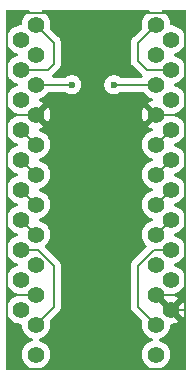
<source format=gbr>
%TF.GenerationSoftware,KiCad,Pcbnew,9.0.2-9.0.2-0~ubuntu24.04.1*%
%TF.CreationDate,2025-05-26T11:18:28+09:00*%
%TF.ProjectId,LevelShifter,4c657665-6c53-4686-9966-7465722e6b69,rev?*%
%TF.SameCoordinates,Original*%
%TF.FileFunction,Copper,L1,Top*%
%TF.FilePolarity,Positive*%
%FSLAX46Y46*%
G04 Gerber Fmt 4.6, Leading zero omitted, Abs format (unit mm)*
G04 Created by KiCad (PCBNEW 9.0.2-9.0.2-0~ubuntu24.04.1) date 2025-05-26 11:18:28*
%MOMM*%
%LPD*%
G01*
G04 APERTURE LIST*
%TA.AperFunction,ComponentPad*%
%ADD10C,1.400000*%
%TD*%
%TA.AperFunction,ViaPad*%
%ADD11C,0.600000*%
%TD*%
%TA.AperFunction,Conductor*%
%ADD12C,0.200000*%
%TD*%
G04 APERTURE END LIST*
D10*
%TO.P,J4,1,Pin_1*%
%TO.N,/HV5*%
X152400000Y-127000000D03*
%TO.P,J4,2,Pin_2*%
%TO.N,/HV6*%
X152400000Y-129540000D03*
%TO.P,J4,3,Pin_3*%
%TO.N,VCCB*%
X152400000Y-132080000D03*
%TO.P,J4,4,Pin_4*%
%TO.N,GND*%
X152400000Y-134620000D03*
%TO.P,J4,5,Pin_5*%
%TO.N,/HV7*%
X152400000Y-137160000D03*
%TO.P,J4,6,Pin_6*%
%TO.N,/HV8*%
X152400000Y-139700000D03*
%TD*%
%TO.P,J3,1,Pin_1*%
%TO.N,/LV5*%
X142240000Y-127000000D03*
%TO.P,J3,2,Pin_2*%
%TO.N,/LV6*%
X142240000Y-129540000D03*
%TO.P,J3,3,Pin_3*%
%TO.N,VCCA*%
X142240000Y-132080000D03*
%TO.P,J3,4,Pin_4*%
%TO.N,GND*%
X142240000Y-134620000D03*
%TO.P,J3,5,Pin_5*%
%TO.N,/LV7*%
X142240000Y-137160000D03*
%TO.P,J3,6,Pin_6*%
%TO.N,/LV8*%
X142240000Y-139700000D03*
%TD*%
%TO.P,J2,1,Pin_1*%
%TO.N,/HV1*%
X152400000Y-111760000D03*
%TO.P,J2,2,Pin_2*%
%TO.N,/HV2*%
X152400000Y-114300000D03*
%TO.P,J2,3,Pin_3*%
%TO.N,VCCB*%
X152400000Y-116840000D03*
%TO.P,J2,4,Pin_4*%
%TO.N,GND*%
X152400000Y-119380000D03*
%TO.P,J2,5,Pin_5*%
%TO.N,/HV3*%
X152400000Y-121920000D03*
%TO.P,J2,6,Pin_6*%
%TO.N,/HV4*%
X152400000Y-124460000D03*
%TD*%
%TO.P,J1,1,Pin_1*%
%TO.N,/LV1*%
X142240000Y-111760000D03*
%TO.P,J1,2,Pin_2*%
%TO.N,/LV2*%
X142240000Y-114300000D03*
%TO.P,J1,3,Pin_3*%
%TO.N,VCCA*%
X142240000Y-116840000D03*
%TO.P,J1,4,Pin_4*%
%TO.N,GND*%
X142240000Y-119380000D03*
%TO.P,J1,5,Pin_5*%
%TO.N,/LV3*%
X142240000Y-121920000D03*
%TO.P,J1,6,Pin_6*%
%TO.N,/LV4*%
X142240000Y-124460000D03*
%TD*%
%TO.P,U1,1,VCCA*%
%TO.N,VCCA*%
X140970000Y-113030000D03*
%TO.P,U1,2,A1*%
%TO.N,/LV1*%
X140970000Y-115570000D03*
%TO.P,U1,3,A2*%
%TO.N,/LV2*%
X140970000Y-118110000D03*
%TO.P,U1,4,A3*%
%TO.N,/LV3*%
X140970000Y-120650000D03*
%TO.P,U1,5,A4*%
%TO.N,/LV4*%
X140970000Y-123190000D03*
%TO.P,U1,6,A5*%
%TO.N,/LV5*%
X140970000Y-125730000D03*
%TO.P,U1,7,A6*%
%TO.N,/LV6*%
X140970000Y-128270000D03*
%TO.P,U1,8,A7*%
%TO.N,/LV7*%
X140970000Y-130810000D03*
%TO.P,U1,9,A8*%
%TO.N,/LV8*%
X140970000Y-133350000D03*
%TO.P,U1,10,OE*%
%TO.N,unconnected-(U1-OE-Pad10)*%
X140970000Y-135890000D03*
%TO.P,U1,11,GND*%
%TO.N,GND*%
X153670000Y-135890000D03*
%TO.P,U1,12,B8*%
%TO.N,/HV8*%
X153670000Y-133350000D03*
%TO.P,U1,13,B7*%
%TO.N,/HV7*%
X153670000Y-130810000D03*
%TO.P,U1,14,B6*%
%TO.N,/HV6*%
X153670000Y-128270000D03*
%TO.P,U1,15,B5*%
%TO.N,/HV5*%
X153670000Y-125730000D03*
%TO.P,U1,16,B4*%
%TO.N,/HV4*%
X153670000Y-123190000D03*
%TO.P,U1,17,B3*%
%TO.N,/HV3*%
X153670000Y-120650000D03*
%TO.P,U1,18,B2*%
%TO.N,/HV2*%
X153670000Y-118110000D03*
%TO.P,U1,19,B1*%
%TO.N,/HV1*%
X153670000Y-115570000D03*
%TO.P,U1,20,VCCB*%
%TO.N,VCCB*%
X153670000Y-113030000D03*
%TD*%
D11*
%TO.N,GND*%
X150114000Y-128270000D03*
X150114000Y-123190000D03*
X150114000Y-118872000D03*
X144018000Y-118872000D03*
X144018000Y-128270000D03*
X144018000Y-123190000D03*
X147066000Y-119634000D03*
X147066000Y-112522000D03*
X147320000Y-138176000D03*
X147066000Y-132842000D03*
X147066000Y-128016000D03*
%TO.N,VCCB*%
X148844000Y-116840000D03*
%TO.N,VCCA*%
X145288000Y-116840000D03*
%TD*%
D12*
%TO.N,GND*%
X154847000Y-119380000D02*
X154847000Y-119126000D01*
X154847000Y-134620000D02*
X154847000Y-119126000D01*
X152400000Y-134620000D02*
X154847000Y-134620000D01*
X154847000Y-139700000D02*
X154847000Y-136398000D01*
X154847000Y-134620000D02*
X154847000Y-136398000D01*
X139793000Y-134620000D02*
X139793000Y-140301000D01*
X154847000Y-136398000D02*
X154847000Y-135890000D01*
X139793000Y-140301000D02*
X140369000Y-140877000D01*
X140369000Y-140877000D02*
X153670000Y-140877000D01*
X153670000Y-140877000D02*
X154847000Y-139700000D01*
X154847000Y-135890000D02*
X153670000Y-135890000D01*
X153815628Y-119380000D02*
X154847000Y-119380000D01*
X154847000Y-119126000D02*
X154847000Y-111921000D01*
X154847000Y-111921000D02*
X153670000Y-110744000D01*
X153670000Y-110744000D02*
X140716000Y-110744000D01*
X140716000Y-110744000D02*
X139793000Y-111667000D01*
X139793000Y-111667000D02*
X139793000Y-119380000D01*
X142240000Y-119380000D02*
X139793000Y-119380000D01*
X139793000Y-119380000D02*
X139793000Y-134620000D01*
X140462000Y-134620000D02*
X139793000Y-134620000D01*
X142240000Y-134620000D02*
X140462000Y-134620000D01*
X153815628Y-119380000D02*
X152400000Y-119380000D01*
%TO.N,VCCB*%
X152400000Y-116840000D02*
X148844000Y-116840000D01*
%TO.N,VCCA*%
X142240000Y-116840000D02*
X145288000Y-116840000D01*
%TO.N,/HV7*%
X153670000Y-130810000D02*
X152254372Y-130810000D01*
X152254372Y-130810000D02*
X150876000Y-132188372D01*
X150876000Y-132188372D02*
X150876000Y-135636000D01*
X150876000Y-135636000D02*
X152400000Y-137160000D01*
%TO.N,/HV6*%
X153670000Y-128270000D02*
X152400000Y-129540000D01*
%TO.N,/HV5*%
X153670000Y-125730000D02*
X152400000Y-127000000D01*
%TO.N,/LV5*%
X140970000Y-125730000D02*
X142240000Y-127000000D01*
%TO.N,/LV7*%
X140970000Y-130810000D02*
X142385628Y-130810000D01*
X142385628Y-130810000D02*
X143764000Y-132188372D01*
X143764000Y-132188372D02*
X143764000Y-135636000D01*
X143764000Y-135636000D02*
X142240000Y-137160000D01*
%TO.N,/LV6*%
X140970000Y-128270000D02*
X142240000Y-129540000D01*
%TO.N,/HV1*%
X150876000Y-113284000D02*
X150876000Y-114808000D01*
X152400000Y-111760000D02*
X150876000Y-113284000D01*
X150876000Y-114808000D02*
X151638000Y-115570000D01*
X151638000Y-115570000D02*
X153670000Y-115570000D01*
%TO.N,/HV4*%
X152400000Y-124460000D02*
X153670000Y-123190000D01*
%TO.N,/HV3*%
X152400000Y-121920000D02*
X153670000Y-120650000D01*
%TO.N,/LV4*%
X140970000Y-123190000D02*
X142240000Y-124460000D01*
%TO.N,/LV3*%
X140970000Y-120650000D02*
X142240000Y-121920000D01*
%TO.N,/LV1*%
X143256000Y-115570000D02*
X143764000Y-115062000D01*
X140970000Y-115570000D02*
X143256000Y-115570000D01*
X143764000Y-115062000D02*
X143764000Y-113284000D01*
X143764000Y-113284000D02*
X142240000Y-111760000D01*
%TD*%
%TA.AperFunction,Conductor*%
%TO.N,GND*%
G36*
X139897703Y-136449878D02*
G01*
X139926985Y-136487297D01*
X139943238Y-136519197D01*
X139951669Y-136530801D01*
X140054310Y-136672073D01*
X140187927Y-136805690D01*
X140340801Y-136916760D01*
X140420347Y-136957290D01*
X140509163Y-137002545D01*
X140509165Y-137002545D01*
X140509168Y-137002547D01*
X140605497Y-137033846D01*
X140688881Y-137060940D01*
X140875514Y-137090500D01*
X140875519Y-137090500D01*
X140915500Y-137090500D01*
X140982539Y-137110185D01*
X141028294Y-137162989D01*
X141039500Y-137214500D01*
X141039500Y-137254486D01*
X141069059Y-137441118D01*
X141127454Y-137620836D01*
X141213240Y-137789199D01*
X141324310Y-137942073D01*
X141457927Y-138075690D01*
X141610801Y-138186760D01*
X141690347Y-138227290D01*
X141779163Y-138272545D01*
X141779165Y-138272545D01*
X141779168Y-138272547D01*
X141868734Y-138301649D01*
X141900803Y-138312069D01*
X141958478Y-138351507D01*
X141985676Y-138415866D01*
X141973761Y-138484712D01*
X141926516Y-138536188D01*
X141900803Y-138547931D01*
X141779163Y-138587454D01*
X141610800Y-138673240D01*
X141523579Y-138736610D01*
X141457927Y-138784310D01*
X141457925Y-138784312D01*
X141457924Y-138784312D01*
X141324312Y-138917924D01*
X141324312Y-138917925D01*
X141324310Y-138917927D01*
X141276610Y-138983579D01*
X141213240Y-139070800D01*
X141127454Y-139239163D01*
X141069059Y-139418881D01*
X141039500Y-139605513D01*
X141039500Y-139794486D01*
X141069059Y-139981118D01*
X141127454Y-140160836D01*
X141213240Y-140329199D01*
X141324310Y-140482073D01*
X141457927Y-140615690D01*
X141572582Y-140698992D01*
X141610802Y-140726761D01*
X141642703Y-140743015D01*
X141693499Y-140790989D01*
X141710295Y-140858810D01*
X141687758Y-140924945D01*
X141633043Y-140968397D01*
X141586409Y-140977500D01*
X139816500Y-140977500D01*
X139749461Y-140957815D01*
X139703706Y-140905011D01*
X139692500Y-140853500D01*
X139692500Y-136543591D01*
X139712185Y-136476552D01*
X139764989Y-136430797D01*
X139834147Y-136420853D01*
X139897703Y-136449878D01*
G37*
%TD.AperFunction*%
%TA.AperFunction,Conductor*%
G36*
X151813448Y-110502185D02*
G01*
X151859203Y-110554989D01*
X151869147Y-110624147D01*
X151840122Y-110687703D01*
X151802703Y-110716985D01*
X151770802Y-110733238D01*
X151663855Y-110810941D01*
X151617927Y-110844310D01*
X151617925Y-110844312D01*
X151617924Y-110844312D01*
X151484312Y-110977924D01*
X151484312Y-110977925D01*
X151484310Y-110977927D01*
X151436610Y-111043579D01*
X151373240Y-111130800D01*
X151287454Y-111299163D01*
X151229059Y-111478881D01*
X151199500Y-111665513D01*
X151199500Y-111854486D01*
X151224725Y-112013751D01*
X151215770Y-112083045D01*
X151189933Y-112120830D01*
X150510516Y-112800247D01*
X150510509Y-112800254D01*
X150507286Y-112803478D01*
X150507284Y-112803480D01*
X150395480Y-112915284D01*
X150369375Y-112960500D01*
X150363524Y-112970633D01*
X150363523Y-112970635D01*
X150316426Y-113052209D01*
X150316423Y-113052215D01*
X150275499Y-113204943D01*
X150275499Y-113204945D01*
X150275499Y-113373046D01*
X150275500Y-113373059D01*
X150275500Y-114721330D01*
X150275499Y-114721348D01*
X150275499Y-114887054D01*
X150275498Y-114887054D01*
X150316423Y-115039785D01*
X150337988Y-115077135D01*
X150337989Y-115077139D01*
X150395475Y-115176709D01*
X150395481Y-115176717D01*
X150514349Y-115295585D01*
X150514355Y-115295590D01*
X151246583Y-116027819D01*
X151280068Y-116089142D01*
X151275084Y-116158834D01*
X151233212Y-116214767D01*
X151167748Y-116239184D01*
X151158902Y-116239500D01*
X149423766Y-116239500D01*
X149356727Y-116219815D01*
X149354875Y-116218602D01*
X149223185Y-116130609D01*
X149223172Y-116130602D01*
X149077501Y-116070264D01*
X149077489Y-116070261D01*
X148922845Y-116039500D01*
X148922842Y-116039500D01*
X148765158Y-116039500D01*
X148765155Y-116039500D01*
X148610510Y-116070261D01*
X148610498Y-116070264D01*
X148464827Y-116130602D01*
X148464814Y-116130609D01*
X148333711Y-116218210D01*
X148333707Y-116218213D01*
X148222213Y-116329707D01*
X148222210Y-116329711D01*
X148134609Y-116460814D01*
X148134602Y-116460827D01*
X148074264Y-116606498D01*
X148074261Y-116606510D01*
X148043500Y-116761153D01*
X148043500Y-116918846D01*
X148074261Y-117073489D01*
X148074264Y-117073501D01*
X148134602Y-117219172D01*
X148134609Y-117219185D01*
X148222210Y-117350288D01*
X148222213Y-117350292D01*
X148333707Y-117461786D01*
X148333711Y-117461789D01*
X148464814Y-117549390D01*
X148464827Y-117549397D01*
X148610498Y-117609735D01*
X148610503Y-117609737D01*
X148765153Y-117640499D01*
X148765156Y-117640500D01*
X148765158Y-117640500D01*
X148922844Y-117640500D01*
X148922845Y-117640499D01*
X149077497Y-117609737D01*
X149223179Y-117549394D01*
X149223185Y-117549390D01*
X149354875Y-117461398D01*
X149421553Y-117440520D01*
X149423766Y-117440500D01*
X151289208Y-117440500D01*
X151356247Y-117460185D01*
X151389524Y-117491612D01*
X151484310Y-117622073D01*
X151617927Y-117755690D01*
X151770801Y-117866760D01*
X151939168Y-117952547D01*
X152061612Y-117992331D01*
X152119287Y-118031769D01*
X152146485Y-118096127D01*
X152134570Y-118164974D01*
X152087326Y-118216449D01*
X152061612Y-118228193D01*
X151939361Y-118267915D01*
X151771060Y-118353669D01*
X151745670Y-118372116D01*
X151745669Y-118372116D01*
X152270590Y-118897037D01*
X152207007Y-118914075D01*
X152092993Y-118979901D01*
X151999901Y-119072993D01*
X151934075Y-119187007D01*
X151917037Y-119250590D01*
X151392116Y-118725669D01*
X151392116Y-118725670D01*
X151373669Y-118751060D01*
X151287914Y-118919362D01*
X151229548Y-119098997D01*
X151200000Y-119285552D01*
X151200000Y-119474447D01*
X151229548Y-119661002D01*
X151287914Y-119840637D01*
X151373666Y-120008933D01*
X151392116Y-120034328D01*
X151917037Y-119509408D01*
X151934075Y-119572993D01*
X151999901Y-119687007D01*
X152092993Y-119780099D01*
X152207007Y-119845925D01*
X152270589Y-119862962D01*
X151745669Y-120387882D01*
X151745670Y-120387883D01*
X151771059Y-120406329D01*
X151939362Y-120492085D01*
X152061611Y-120531806D01*
X152119286Y-120571243D01*
X152146485Y-120635602D01*
X152134571Y-120704448D01*
X152087327Y-120755924D01*
X152061612Y-120767668D01*
X151939163Y-120807454D01*
X151770800Y-120893240D01*
X151683579Y-120956610D01*
X151617927Y-121004310D01*
X151617925Y-121004312D01*
X151617924Y-121004312D01*
X151484312Y-121137924D01*
X151484312Y-121137925D01*
X151484310Y-121137927D01*
X151453122Y-121180853D01*
X151373240Y-121290800D01*
X151287454Y-121459163D01*
X151229059Y-121638881D01*
X151199500Y-121825513D01*
X151199500Y-122014486D01*
X151229059Y-122201118D01*
X151287454Y-122380836D01*
X151366723Y-122536408D01*
X151373240Y-122549199D01*
X151484310Y-122702073D01*
X151617927Y-122835690D01*
X151770801Y-122946760D01*
X151850347Y-122987290D01*
X151939163Y-123032545D01*
X151939165Y-123032545D01*
X151939168Y-123032547D01*
X152028734Y-123061649D01*
X152060803Y-123072069D01*
X152118478Y-123111507D01*
X152145676Y-123175866D01*
X152133761Y-123244712D01*
X152086516Y-123296188D01*
X152060803Y-123307931D01*
X151939163Y-123347454D01*
X151770800Y-123433240D01*
X151683579Y-123496610D01*
X151617927Y-123544310D01*
X151617925Y-123544312D01*
X151617924Y-123544312D01*
X151484312Y-123677924D01*
X151484312Y-123677925D01*
X151484310Y-123677927D01*
X151453122Y-123720853D01*
X151373240Y-123830800D01*
X151287454Y-123999163D01*
X151229059Y-124178881D01*
X151199500Y-124365513D01*
X151199500Y-124554486D01*
X151229059Y-124741118D01*
X151287454Y-124920836D01*
X151366723Y-125076408D01*
X151373240Y-125089199D01*
X151484310Y-125242073D01*
X151617927Y-125375690D01*
X151770801Y-125486760D01*
X151850347Y-125527290D01*
X151939163Y-125572545D01*
X151939165Y-125572545D01*
X151939168Y-125572547D01*
X152028734Y-125601649D01*
X152060803Y-125612069D01*
X152118478Y-125651507D01*
X152145676Y-125715866D01*
X152133761Y-125784712D01*
X152086516Y-125836188D01*
X152060803Y-125847931D01*
X151939163Y-125887454D01*
X151770800Y-125973240D01*
X151683579Y-126036610D01*
X151617927Y-126084310D01*
X151617925Y-126084312D01*
X151617924Y-126084312D01*
X151484312Y-126217924D01*
X151484312Y-126217925D01*
X151484310Y-126217927D01*
X151453122Y-126260853D01*
X151373240Y-126370800D01*
X151287454Y-126539163D01*
X151229059Y-126718881D01*
X151199500Y-126905513D01*
X151199500Y-127094486D01*
X151229059Y-127281118D01*
X151287454Y-127460836D01*
X151366723Y-127616408D01*
X151373240Y-127629199D01*
X151484310Y-127782073D01*
X151617927Y-127915690D01*
X151770801Y-128026760D01*
X151850347Y-128067290D01*
X151939163Y-128112545D01*
X151939165Y-128112545D01*
X151939168Y-128112547D01*
X152028734Y-128141649D01*
X152060803Y-128152069D01*
X152118478Y-128191507D01*
X152145676Y-128255866D01*
X152133761Y-128324712D01*
X152086516Y-128376188D01*
X152060803Y-128387931D01*
X151939163Y-128427454D01*
X151770800Y-128513240D01*
X151683579Y-128576610D01*
X151617927Y-128624310D01*
X151617925Y-128624312D01*
X151617924Y-128624312D01*
X151484312Y-128757924D01*
X151484312Y-128757925D01*
X151484310Y-128757927D01*
X151453122Y-128800853D01*
X151373240Y-128910800D01*
X151287454Y-129079163D01*
X151229059Y-129258881D01*
X151199500Y-129445513D01*
X151199500Y-129634486D01*
X151229059Y-129821118D01*
X151287454Y-130000836D01*
X151366723Y-130156408D01*
X151373240Y-130169199D01*
X151484310Y-130322073D01*
X151484312Y-130322075D01*
X151601005Y-130438768D01*
X151634490Y-130500091D01*
X151629506Y-130569783D01*
X151601005Y-130614130D01*
X150507286Y-131707850D01*
X150395481Y-131819654D01*
X150395479Y-131819657D01*
X150345361Y-131906466D01*
X150345359Y-131906468D01*
X150316425Y-131956581D01*
X150316424Y-131956582D01*
X150301977Y-132010500D01*
X150275499Y-132109315D01*
X150275499Y-132109317D01*
X150275499Y-132277418D01*
X150275500Y-132277431D01*
X150275500Y-135549330D01*
X150275499Y-135549348D01*
X150275499Y-135715054D01*
X150275498Y-135715054D01*
X150316423Y-135867785D01*
X150345358Y-135917900D01*
X150345359Y-135917904D01*
X150345360Y-135917904D01*
X150392187Y-135999013D01*
X150395479Y-136004714D01*
X150395481Y-136004717D01*
X150514349Y-136123585D01*
X150514355Y-136123590D01*
X151189933Y-136799168D01*
X151223418Y-136860491D01*
X151224725Y-136906247D01*
X151199500Y-137065513D01*
X151199500Y-137254486D01*
X151229059Y-137441118D01*
X151287454Y-137620836D01*
X151373240Y-137789199D01*
X151484310Y-137942073D01*
X151617927Y-138075690D01*
X151770801Y-138186760D01*
X151850347Y-138227290D01*
X151939163Y-138272545D01*
X151939165Y-138272545D01*
X151939168Y-138272547D01*
X152028734Y-138301649D01*
X152060803Y-138312069D01*
X152118478Y-138351507D01*
X152145676Y-138415866D01*
X152133761Y-138484712D01*
X152086516Y-138536188D01*
X152060803Y-138547931D01*
X151939163Y-138587454D01*
X151770800Y-138673240D01*
X151683579Y-138736610D01*
X151617927Y-138784310D01*
X151617925Y-138784312D01*
X151617924Y-138784312D01*
X151484312Y-138917924D01*
X151484312Y-138917925D01*
X151484310Y-138917927D01*
X151436610Y-138983579D01*
X151373240Y-139070800D01*
X151287454Y-139239163D01*
X151229059Y-139418881D01*
X151199500Y-139605513D01*
X151199500Y-139794486D01*
X151229059Y-139981118D01*
X151287454Y-140160836D01*
X151373240Y-140329199D01*
X151484310Y-140482073D01*
X151617927Y-140615690D01*
X151732582Y-140698992D01*
X151770802Y-140726761D01*
X151802703Y-140743015D01*
X151853499Y-140790989D01*
X151870295Y-140858810D01*
X151847758Y-140924945D01*
X151793043Y-140968397D01*
X151746409Y-140977500D01*
X142893591Y-140977500D01*
X142826552Y-140957815D01*
X142780797Y-140905011D01*
X142770853Y-140835853D01*
X142799878Y-140772297D01*
X142837297Y-140743015D01*
X142869197Y-140726761D01*
X142869196Y-140726761D01*
X142869199Y-140726760D01*
X143022073Y-140615690D01*
X143155690Y-140482073D01*
X143266760Y-140329199D01*
X143352547Y-140160832D01*
X143410940Y-139981118D01*
X143440500Y-139794486D01*
X143440500Y-139605513D01*
X143410940Y-139418881D01*
X143352545Y-139239163D01*
X143266759Y-139070800D01*
X143155690Y-138917927D01*
X143022073Y-138784310D01*
X142869199Y-138673240D01*
X142700836Y-138587454D01*
X142626472Y-138563291D01*
X142579195Y-138547930D01*
X142521521Y-138508493D01*
X142494323Y-138444134D01*
X142506238Y-138375288D01*
X142553482Y-138323812D01*
X142579194Y-138312069D01*
X142700832Y-138272547D01*
X142869199Y-138186760D01*
X143022073Y-138075690D01*
X143155690Y-137942073D01*
X143266760Y-137789199D01*
X143352547Y-137620832D01*
X143410940Y-137441118D01*
X143440500Y-137254486D01*
X143440500Y-137065513D01*
X143415274Y-136906246D01*
X143424228Y-136836953D01*
X143450063Y-136799170D01*
X144122506Y-136126728D01*
X144122511Y-136126724D01*
X144132714Y-136116520D01*
X144132716Y-136116520D01*
X144244520Y-136004716D01*
X144323577Y-135867784D01*
X144364500Y-135715057D01*
X144364500Y-132109315D01*
X144323577Y-131956588D01*
X144303924Y-131922547D01*
X144244524Y-131819662D01*
X144244521Y-131819658D01*
X144244520Y-131819656D01*
X144132716Y-131707852D01*
X144132715Y-131707851D01*
X144128385Y-131703521D01*
X144128374Y-131703511D01*
X143038994Y-130614131D01*
X143005509Y-130552808D01*
X143010493Y-130483116D01*
X143038994Y-130438769D01*
X143038995Y-130438768D01*
X143155690Y-130322073D01*
X143266760Y-130169199D01*
X143352547Y-130000832D01*
X143410940Y-129821118D01*
X143416939Y-129783240D01*
X143440500Y-129634486D01*
X143440500Y-129445513D01*
X143410940Y-129258881D01*
X143352545Y-129079163D01*
X143307290Y-128990347D01*
X143266760Y-128910801D01*
X143155690Y-128757927D01*
X143022073Y-128624310D01*
X142869199Y-128513240D01*
X142700836Y-128427454D01*
X142626472Y-128403291D01*
X142579195Y-128387930D01*
X142521521Y-128348493D01*
X142494323Y-128284134D01*
X142506238Y-128215288D01*
X142553482Y-128163812D01*
X142579194Y-128152069D01*
X142700832Y-128112547D01*
X142869199Y-128026760D01*
X143022073Y-127915690D01*
X143155690Y-127782073D01*
X143266760Y-127629199D01*
X143352547Y-127460832D01*
X143410940Y-127281118D01*
X143416939Y-127243240D01*
X143440500Y-127094486D01*
X143440500Y-126905513D01*
X143410940Y-126718881D01*
X143352545Y-126539163D01*
X143307290Y-126450347D01*
X143266760Y-126370801D01*
X143155690Y-126217927D01*
X143022073Y-126084310D01*
X142869199Y-125973240D01*
X142700836Y-125887454D01*
X142626472Y-125863291D01*
X142579195Y-125847930D01*
X142521521Y-125808493D01*
X142494323Y-125744134D01*
X142506238Y-125675288D01*
X142553482Y-125623812D01*
X142579194Y-125612069D01*
X142700832Y-125572547D01*
X142869199Y-125486760D01*
X143022073Y-125375690D01*
X143155690Y-125242073D01*
X143266760Y-125089199D01*
X143352547Y-124920832D01*
X143410940Y-124741118D01*
X143416939Y-124703240D01*
X143440500Y-124554486D01*
X143440500Y-124365513D01*
X143410940Y-124178881D01*
X143352545Y-123999163D01*
X143307290Y-123910347D01*
X143266760Y-123830801D01*
X143155690Y-123677927D01*
X143022073Y-123544310D01*
X142869199Y-123433240D01*
X142700836Y-123347454D01*
X142626472Y-123323291D01*
X142579195Y-123307930D01*
X142521521Y-123268493D01*
X142494323Y-123204134D01*
X142506238Y-123135288D01*
X142553482Y-123083812D01*
X142579194Y-123072069D01*
X142700832Y-123032547D01*
X142869199Y-122946760D01*
X143022073Y-122835690D01*
X143155690Y-122702073D01*
X143266760Y-122549199D01*
X143352547Y-122380832D01*
X143410940Y-122201118D01*
X143416939Y-122163240D01*
X143440500Y-122014486D01*
X143440500Y-121825513D01*
X143410940Y-121638881D01*
X143352545Y-121459163D01*
X143307290Y-121370347D01*
X143266760Y-121290801D01*
X143155690Y-121137927D01*
X143022073Y-121004310D01*
X142869199Y-120893240D01*
X142700836Y-120807454D01*
X142578387Y-120767668D01*
X142520712Y-120728230D01*
X142493514Y-120663871D01*
X142505429Y-120595025D01*
X142552673Y-120543549D01*
X142578389Y-120531806D01*
X142700635Y-120492086D01*
X142868937Y-120406331D01*
X142894328Y-120387883D01*
X142894328Y-120387882D01*
X142369408Y-119862962D01*
X142432993Y-119845925D01*
X142547007Y-119780099D01*
X142640099Y-119687007D01*
X142705925Y-119572993D01*
X142722962Y-119509408D01*
X143247882Y-120034328D01*
X143247883Y-120034328D01*
X143266331Y-120008937D01*
X143352085Y-119840637D01*
X143410451Y-119661002D01*
X143440000Y-119474447D01*
X143440000Y-119285552D01*
X143410451Y-119098997D01*
X143352085Y-118919362D01*
X143266329Y-118751059D01*
X143247883Y-118725670D01*
X143247882Y-118725669D01*
X142722962Y-119250590D01*
X142705925Y-119187007D01*
X142640099Y-119072993D01*
X142547007Y-118979901D01*
X142432993Y-118914075D01*
X142369407Y-118897036D01*
X142894328Y-118372116D01*
X142868933Y-118353666D01*
X142700637Y-118267914D01*
X142578388Y-118228193D01*
X142520712Y-118188755D01*
X142493514Y-118124397D01*
X142505429Y-118055550D01*
X142552673Y-118004075D01*
X142578382Y-117992333D01*
X142700832Y-117952547D01*
X142869199Y-117866760D01*
X143022073Y-117755690D01*
X143155690Y-117622073D01*
X143250475Y-117491613D01*
X143305804Y-117448949D01*
X143350792Y-117440500D01*
X144708234Y-117440500D01*
X144775273Y-117460185D01*
X144777125Y-117461398D01*
X144908814Y-117549390D01*
X144908827Y-117549397D01*
X145054498Y-117609735D01*
X145054503Y-117609737D01*
X145209153Y-117640499D01*
X145209156Y-117640500D01*
X145209158Y-117640500D01*
X145366844Y-117640500D01*
X145366845Y-117640499D01*
X145521497Y-117609737D01*
X145667179Y-117549394D01*
X145798289Y-117461789D01*
X145909789Y-117350289D01*
X145997394Y-117219179D01*
X146057737Y-117073497D01*
X146088500Y-116918842D01*
X146088500Y-116761158D01*
X146088500Y-116761155D01*
X146088499Y-116761153D01*
X146084478Y-116740940D01*
X146057737Y-116606503D01*
X146007694Y-116485687D01*
X145997397Y-116460827D01*
X145997390Y-116460814D01*
X145909789Y-116329711D01*
X145909786Y-116329707D01*
X145798292Y-116218213D01*
X145798288Y-116218210D01*
X145667185Y-116130609D01*
X145667172Y-116130602D01*
X145521501Y-116070264D01*
X145521489Y-116070261D01*
X145366845Y-116039500D01*
X145366842Y-116039500D01*
X145209158Y-116039500D01*
X145209155Y-116039500D01*
X145054510Y-116070261D01*
X145054498Y-116070264D01*
X144908827Y-116130602D01*
X144908814Y-116130609D01*
X144777125Y-116218602D01*
X144710447Y-116239480D01*
X144708234Y-116239500D01*
X143735099Y-116239500D01*
X143713855Y-116233262D01*
X143691768Y-116231683D01*
X143680982Y-116223609D01*
X143668060Y-116219815D01*
X143653561Y-116203083D01*
X143635833Y-116189812D01*
X143631124Y-116177189D01*
X143622305Y-116167011D01*
X143619154Y-116145096D01*
X143611415Y-116124349D01*
X143614278Y-116111186D01*
X143612361Y-116097853D01*
X143621559Y-116077710D01*
X143626266Y-116056075D01*
X143639536Y-116038346D01*
X143641386Y-116034297D01*
X143647416Y-116027821D01*
X143647417Y-116027819D01*
X143736520Y-115938716D01*
X143736521Y-115938713D01*
X144122506Y-115552728D01*
X144122511Y-115552724D01*
X144132714Y-115542520D01*
X144132716Y-115542520D01*
X144244520Y-115430716D01*
X144323577Y-115293784D01*
X144364500Y-115141057D01*
X144364500Y-113204943D01*
X144323577Y-113052216D01*
X144276477Y-112970635D01*
X144244524Y-112915290D01*
X144244521Y-112915286D01*
X144244520Y-112915284D01*
X144132716Y-112803480D01*
X144132715Y-112803479D01*
X144128385Y-112799149D01*
X144128374Y-112799139D01*
X143450066Y-112120831D01*
X143416581Y-112059508D01*
X143415274Y-112013752D01*
X143440500Y-111854486D01*
X143440500Y-111665513D01*
X143410940Y-111478881D01*
X143352545Y-111299163D01*
X143266759Y-111130800D01*
X143155690Y-110977927D01*
X143022073Y-110844310D01*
X142945636Y-110788775D01*
X142869197Y-110733238D01*
X142837297Y-110716985D01*
X142786501Y-110669011D01*
X142769705Y-110601190D01*
X142792242Y-110535055D01*
X142846957Y-110491603D01*
X142893591Y-110482500D01*
X151746409Y-110482500D01*
X151813448Y-110502185D01*
G37*
%TD.AperFunction*%
%TA.AperFunction,Conductor*%
G36*
X154677882Y-136544328D02*
G01*
X154677883Y-136544328D01*
X154696333Y-136518935D01*
X154696333Y-136518934D01*
X154713015Y-136486195D01*
X154760989Y-136435399D01*
X154828810Y-136418603D01*
X154894945Y-136441140D01*
X154938397Y-136495855D01*
X154947500Y-136542489D01*
X154947500Y-140853500D01*
X154927815Y-140920539D01*
X154875011Y-140966294D01*
X154823500Y-140977500D01*
X153053591Y-140977500D01*
X152986552Y-140957815D01*
X152940797Y-140905011D01*
X152930853Y-140835853D01*
X152959878Y-140772297D01*
X152997297Y-140743015D01*
X153029197Y-140726761D01*
X153029196Y-140726761D01*
X153029199Y-140726760D01*
X153182073Y-140615690D01*
X153315690Y-140482073D01*
X153426760Y-140329199D01*
X153512547Y-140160832D01*
X153570940Y-139981118D01*
X153600500Y-139794486D01*
X153600500Y-139605513D01*
X153570940Y-139418881D01*
X153512545Y-139239163D01*
X153426759Y-139070800D01*
X153315690Y-138917927D01*
X153182073Y-138784310D01*
X153029199Y-138673240D01*
X152860836Y-138587454D01*
X152786472Y-138563291D01*
X152739195Y-138547930D01*
X152681521Y-138508493D01*
X152654323Y-138444134D01*
X152666238Y-138375288D01*
X152713482Y-138323812D01*
X152739194Y-138312069D01*
X152860832Y-138272547D01*
X153029199Y-138186760D01*
X153182073Y-138075690D01*
X153315690Y-137942073D01*
X153426760Y-137789199D01*
X153512547Y-137620832D01*
X153570940Y-137441118D01*
X153600500Y-137254486D01*
X153600500Y-137214000D01*
X153620185Y-137146961D01*
X153672989Y-137101206D01*
X153724500Y-137090000D01*
X153764447Y-137090000D01*
X153951002Y-137060451D01*
X154130637Y-137002085D01*
X154298937Y-136916331D01*
X154324328Y-136897883D01*
X154324328Y-136897882D01*
X153799408Y-136372962D01*
X153862993Y-136355925D01*
X153977007Y-136290099D01*
X154070099Y-136197007D01*
X154135925Y-136082993D01*
X154152962Y-136019408D01*
X154677882Y-136544328D01*
G37*
%TD.AperFunction*%
%TA.AperFunction,Conductor*%
G36*
X153540591Y-135407037D02*
G01*
X153477007Y-135424075D01*
X153362993Y-135489901D01*
X153269901Y-135582993D01*
X153204075Y-135697007D01*
X153187037Y-135760591D01*
X152529408Y-135102962D01*
X152592993Y-135085925D01*
X152707007Y-135020099D01*
X152800099Y-134927007D01*
X152865925Y-134812993D01*
X152882962Y-134749408D01*
X153540591Y-135407037D01*
G37*
%TD.AperFunction*%
%TA.AperFunction,Conductor*%
G36*
X154894945Y-133902242D02*
G01*
X154938397Y-133956957D01*
X154947500Y-134003591D01*
X154947500Y-135237510D01*
X154927815Y-135304549D01*
X154875011Y-135350304D01*
X154805853Y-135360248D01*
X154742297Y-135331223D01*
X154713016Y-135293805D01*
X154696333Y-135261064D01*
X154696332Y-135261063D01*
X154677883Y-135235670D01*
X154677882Y-135235669D01*
X154152962Y-135760590D01*
X154135925Y-135697007D01*
X154070099Y-135582993D01*
X153977007Y-135489901D01*
X153862993Y-135424075D01*
X153799409Y-135407037D01*
X154324328Y-134882116D01*
X154298933Y-134863666D01*
X154130637Y-134777914D01*
X154008388Y-134738193D01*
X153950712Y-134698755D01*
X153923514Y-134634397D01*
X153935429Y-134565550D01*
X153982673Y-134514075D01*
X154008382Y-134502333D01*
X154130832Y-134462547D01*
X154299199Y-134376760D01*
X154452073Y-134265690D01*
X154585690Y-134132073D01*
X154696760Y-133979199D01*
X154713015Y-133947297D01*
X154760989Y-133896501D01*
X154828810Y-133879705D01*
X154894945Y-133902242D01*
G37*
%TD.AperFunction*%
%TA.AperFunction,Conductor*%
G36*
X139897703Y-133909878D02*
G01*
X139926985Y-133947297D01*
X139943238Y-133979197D01*
X139960962Y-134003591D01*
X140054310Y-134132073D01*
X140187927Y-134265690D01*
X140340801Y-134376760D01*
X140420347Y-134417290D01*
X140509163Y-134462545D01*
X140509165Y-134462545D01*
X140509168Y-134462547D01*
X140598734Y-134491649D01*
X140630803Y-134502069D01*
X140688478Y-134541507D01*
X140715676Y-134605866D01*
X140703761Y-134674712D01*
X140656516Y-134726188D01*
X140630803Y-134737931D01*
X140509163Y-134777454D01*
X140340800Y-134863240D01*
X140253579Y-134926610D01*
X140187927Y-134974310D01*
X140187925Y-134974312D01*
X140187924Y-134974312D01*
X140054312Y-135107924D01*
X140054312Y-135107925D01*
X140054310Y-135107927D01*
X140017286Y-135158885D01*
X139943236Y-135260805D01*
X139926984Y-135292703D01*
X139879010Y-135343499D01*
X139811189Y-135360294D01*
X139745054Y-135337756D01*
X139701603Y-135283041D01*
X139692500Y-135236408D01*
X139692500Y-134003591D01*
X139712185Y-133936552D01*
X139764989Y-133890797D01*
X139834147Y-133880853D01*
X139897703Y-133909878D01*
G37*
%TD.AperFunction*%
%TA.AperFunction,Conductor*%
G36*
X139897703Y-131369878D02*
G01*
X139926985Y-131407297D01*
X139943238Y-131439197D01*
X139960962Y-131463591D01*
X140054310Y-131592073D01*
X140187927Y-131725690D01*
X140340801Y-131836760D01*
X140420347Y-131877290D01*
X140509163Y-131922545D01*
X140509165Y-131922545D01*
X140509168Y-131922547D01*
X140598734Y-131951649D01*
X140630803Y-131962069D01*
X140688478Y-132001507D01*
X140715676Y-132065866D01*
X140703761Y-132134712D01*
X140656516Y-132186188D01*
X140630803Y-132197931D01*
X140509163Y-132237454D01*
X140340800Y-132323240D01*
X140253579Y-132386610D01*
X140187927Y-132434310D01*
X140187925Y-132434312D01*
X140187924Y-132434312D01*
X140054312Y-132567924D01*
X140054312Y-132567925D01*
X140054310Y-132567927D01*
X140017286Y-132618885D01*
X139943236Y-132720805D01*
X139926984Y-132752703D01*
X139879010Y-132803499D01*
X139811189Y-132820294D01*
X139745054Y-132797756D01*
X139701603Y-132743041D01*
X139692500Y-132696408D01*
X139692500Y-131463591D01*
X139712185Y-131396552D01*
X139764989Y-131350797D01*
X139834147Y-131340853D01*
X139897703Y-131369878D01*
G37*
%TD.AperFunction*%
%TA.AperFunction,Conductor*%
G36*
X154894945Y-131362242D02*
G01*
X154938397Y-131416957D01*
X154947500Y-131463591D01*
X154947500Y-132696408D01*
X154927815Y-132763447D01*
X154875011Y-132809202D01*
X154805853Y-132819146D01*
X154742297Y-132790121D01*
X154713016Y-132752703D01*
X154696763Y-132720805D01*
X154679037Y-132696408D01*
X154585690Y-132567927D01*
X154452073Y-132434310D01*
X154299199Y-132323240D01*
X154130836Y-132237454D01*
X154056472Y-132213291D01*
X154009195Y-132197930D01*
X153951521Y-132158493D01*
X153924323Y-132094134D01*
X153936238Y-132025288D01*
X153983482Y-131973812D01*
X154009194Y-131962069D01*
X154130832Y-131922547D01*
X154299199Y-131836760D01*
X154452073Y-131725690D01*
X154585690Y-131592073D01*
X154696760Y-131439199D01*
X154713015Y-131407297D01*
X154760989Y-131356501D01*
X154828810Y-131339705D01*
X154894945Y-131362242D01*
G37*
%TD.AperFunction*%
%TA.AperFunction,Conductor*%
G36*
X139897703Y-128829878D02*
G01*
X139926985Y-128867297D01*
X139943238Y-128899197D01*
X139951669Y-128910801D01*
X140054310Y-129052073D01*
X140187927Y-129185690D01*
X140340801Y-129296760D01*
X140420347Y-129337290D01*
X140509163Y-129382545D01*
X140509165Y-129382545D01*
X140509168Y-129382547D01*
X140598734Y-129411649D01*
X140630803Y-129422069D01*
X140688478Y-129461507D01*
X140715676Y-129525866D01*
X140703761Y-129594712D01*
X140656516Y-129646188D01*
X140630803Y-129657931D01*
X140509163Y-129697454D01*
X140340800Y-129783240D01*
X140253579Y-129846610D01*
X140187927Y-129894310D01*
X140187925Y-129894312D01*
X140187924Y-129894312D01*
X140054312Y-130027924D01*
X140054312Y-130027925D01*
X140054310Y-130027927D01*
X140017286Y-130078885D01*
X139943236Y-130180805D01*
X139926984Y-130212703D01*
X139879010Y-130263499D01*
X139811189Y-130280294D01*
X139745054Y-130257756D01*
X139701603Y-130203041D01*
X139692500Y-130156408D01*
X139692500Y-128923591D01*
X139712185Y-128856552D01*
X139764989Y-128810797D01*
X139834147Y-128800853D01*
X139897703Y-128829878D01*
G37*
%TD.AperFunction*%
%TA.AperFunction,Conductor*%
G36*
X154894945Y-128822242D02*
G01*
X154938397Y-128876957D01*
X154947500Y-128923591D01*
X154947500Y-130156408D01*
X154927815Y-130223447D01*
X154875011Y-130269202D01*
X154805853Y-130279146D01*
X154742297Y-130250121D01*
X154713016Y-130212703D01*
X154696763Y-130180805D01*
X154679037Y-130156408D01*
X154585690Y-130027927D01*
X154452073Y-129894310D01*
X154299199Y-129783240D01*
X154130836Y-129697454D01*
X154056472Y-129673291D01*
X154009195Y-129657930D01*
X153951521Y-129618493D01*
X153924323Y-129554134D01*
X153936238Y-129485288D01*
X153983482Y-129433812D01*
X154009194Y-129422069D01*
X154130832Y-129382547D01*
X154299199Y-129296760D01*
X154452073Y-129185690D01*
X154585690Y-129052073D01*
X154696760Y-128899199D01*
X154713015Y-128867297D01*
X154760989Y-128816501D01*
X154828810Y-128799705D01*
X154894945Y-128822242D01*
G37*
%TD.AperFunction*%
%TA.AperFunction,Conductor*%
G36*
X139897703Y-126289878D02*
G01*
X139926985Y-126327297D01*
X139943238Y-126359197D01*
X139951669Y-126370801D01*
X140054310Y-126512073D01*
X140187927Y-126645690D01*
X140340801Y-126756760D01*
X140420347Y-126797290D01*
X140509163Y-126842545D01*
X140509165Y-126842545D01*
X140509168Y-126842547D01*
X140598734Y-126871649D01*
X140630803Y-126882069D01*
X140688478Y-126921507D01*
X140715676Y-126985866D01*
X140703761Y-127054712D01*
X140656516Y-127106188D01*
X140630803Y-127117931D01*
X140509163Y-127157454D01*
X140340800Y-127243240D01*
X140253579Y-127306610D01*
X140187927Y-127354310D01*
X140187925Y-127354312D01*
X140187924Y-127354312D01*
X140054312Y-127487924D01*
X140054312Y-127487925D01*
X140054310Y-127487927D01*
X140017286Y-127538885D01*
X139943236Y-127640805D01*
X139926984Y-127672703D01*
X139879010Y-127723499D01*
X139811189Y-127740294D01*
X139745054Y-127717756D01*
X139701603Y-127663041D01*
X139692500Y-127616408D01*
X139692500Y-126383591D01*
X139712185Y-126316552D01*
X139764989Y-126270797D01*
X139834147Y-126260853D01*
X139897703Y-126289878D01*
G37*
%TD.AperFunction*%
%TA.AperFunction,Conductor*%
G36*
X154894945Y-126282242D02*
G01*
X154938397Y-126336957D01*
X154947500Y-126383591D01*
X154947500Y-127616408D01*
X154927815Y-127683447D01*
X154875011Y-127729202D01*
X154805853Y-127739146D01*
X154742297Y-127710121D01*
X154713016Y-127672703D01*
X154696763Y-127640805D01*
X154679037Y-127616408D01*
X154585690Y-127487927D01*
X154452073Y-127354310D01*
X154299199Y-127243240D01*
X154130836Y-127157454D01*
X154056472Y-127133291D01*
X154009195Y-127117930D01*
X153951521Y-127078493D01*
X153924323Y-127014134D01*
X153936238Y-126945288D01*
X153983482Y-126893812D01*
X154009194Y-126882069D01*
X154130832Y-126842547D01*
X154299199Y-126756760D01*
X154452073Y-126645690D01*
X154585690Y-126512073D01*
X154696760Y-126359199D01*
X154713015Y-126327297D01*
X154760989Y-126276501D01*
X154828810Y-126259705D01*
X154894945Y-126282242D01*
G37*
%TD.AperFunction*%
%TA.AperFunction,Conductor*%
G36*
X139897703Y-123749878D02*
G01*
X139926985Y-123787297D01*
X139943238Y-123819197D01*
X139951669Y-123830801D01*
X140054310Y-123972073D01*
X140187927Y-124105690D01*
X140340801Y-124216760D01*
X140420347Y-124257290D01*
X140509163Y-124302545D01*
X140509165Y-124302545D01*
X140509168Y-124302547D01*
X140598734Y-124331649D01*
X140630803Y-124342069D01*
X140688478Y-124381507D01*
X140715676Y-124445866D01*
X140703761Y-124514712D01*
X140656516Y-124566188D01*
X140630803Y-124577931D01*
X140509163Y-124617454D01*
X140340800Y-124703240D01*
X140253579Y-124766610D01*
X140187927Y-124814310D01*
X140187925Y-124814312D01*
X140187924Y-124814312D01*
X140054312Y-124947924D01*
X140054312Y-124947925D01*
X140054310Y-124947927D01*
X140017286Y-124998885D01*
X139943236Y-125100805D01*
X139926984Y-125132703D01*
X139879010Y-125183499D01*
X139811189Y-125200294D01*
X139745054Y-125177756D01*
X139701603Y-125123041D01*
X139692500Y-125076408D01*
X139692500Y-123843591D01*
X139712185Y-123776552D01*
X139764989Y-123730797D01*
X139834147Y-123720853D01*
X139897703Y-123749878D01*
G37*
%TD.AperFunction*%
%TA.AperFunction,Conductor*%
G36*
X154894945Y-123742242D02*
G01*
X154938397Y-123796957D01*
X154947500Y-123843591D01*
X154947500Y-125076408D01*
X154927815Y-125143447D01*
X154875011Y-125189202D01*
X154805853Y-125199146D01*
X154742297Y-125170121D01*
X154713016Y-125132703D01*
X154696763Y-125100805D01*
X154679037Y-125076408D01*
X154585690Y-124947927D01*
X154452073Y-124814310D01*
X154299199Y-124703240D01*
X154130836Y-124617454D01*
X154056472Y-124593291D01*
X154009195Y-124577930D01*
X153951521Y-124538493D01*
X153924323Y-124474134D01*
X153936238Y-124405288D01*
X153983482Y-124353812D01*
X154009194Y-124342069D01*
X154130832Y-124302547D01*
X154299199Y-124216760D01*
X154452073Y-124105690D01*
X154585690Y-123972073D01*
X154696760Y-123819199D01*
X154713015Y-123787297D01*
X154760989Y-123736501D01*
X154828810Y-123719705D01*
X154894945Y-123742242D01*
G37*
%TD.AperFunction*%
%TA.AperFunction,Conductor*%
G36*
X139897703Y-121209878D02*
G01*
X139926985Y-121247297D01*
X139943238Y-121279197D01*
X139951669Y-121290801D01*
X140054310Y-121432073D01*
X140187927Y-121565690D01*
X140340801Y-121676760D01*
X140420347Y-121717290D01*
X140509163Y-121762545D01*
X140509165Y-121762545D01*
X140509168Y-121762547D01*
X140598734Y-121791649D01*
X140630803Y-121802069D01*
X140688478Y-121841507D01*
X140715676Y-121905866D01*
X140703761Y-121974712D01*
X140656516Y-122026188D01*
X140630803Y-122037931D01*
X140509163Y-122077454D01*
X140340800Y-122163240D01*
X140253579Y-122226610D01*
X140187927Y-122274310D01*
X140187925Y-122274312D01*
X140187924Y-122274312D01*
X140054312Y-122407924D01*
X140054312Y-122407925D01*
X140054310Y-122407927D01*
X140017286Y-122458885D01*
X139943236Y-122560805D01*
X139926984Y-122592703D01*
X139879010Y-122643499D01*
X139811189Y-122660294D01*
X139745054Y-122637756D01*
X139701603Y-122583041D01*
X139692500Y-122536408D01*
X139692500Y-121303591D01*
X139712185Y-121236552D01*
X139764989Y-121190797D01*
X139834147Y-121180853D01*
X139897703Y-121209878D01*
G37*
%TD.AperFunction*%
%TA.AperFunction,Conductor*%
G36*
X154894945Y-121202242D02*
G01*
X154938397Y-121256957D01*
X154947500Y-121303591D01*
X154947500Y-122536408D01*
X154927815Y-122603447D01*
X154875011Y-122649202D01*
X154805853Y-122659146D01*
X154742297Y-122630121D01*
X154713016Y-122592703D01*
X154696763Y-122560805D01*
X154679037Y-122536408D01*
X154585690Y-122407927D01*
X154452073Y-122274310D01*
X154299199Y-122163240D01*
X154130836Y-122077454D01*
X154056472Y-122053291D01*
X154009195Y-122037930D01*
X153951521Y-121998493D01*
X153924323Y-121934134D01*
X153936238Y-121865288D01*
X153983482Y-121813812D01*
X154009194Y-121802069D01*
X154130832Y-121762547D01*
X154299199Y-121676760D01*
X154452073Y-121565690D01*
X154585690Y-121432073D01*
X154696760Y-121279199D01*
X154713015Y-121247297D01*
X154760989Y-121196501D01*
X154828810Y-121179705D01*
X154894945Y-121202242D01*
G37*
%TD.AperFunction*%
%TA.AperFunction,Conductor*%
G36*
X139897703Y-118669878D02*
G01*
X139926985Y-118707297D01*
X139943238Y-118739197D01*
X139960962Y-118763591D01*
X140054310Y-118892073D01*
X140187927Y-119025690D01*
X140340801Y-119136760D01*
X140419512Y-119176865D01*
X140509163Y-119222545D01*
X140509165Y-119222545D01*
X140509168Y-119222547D01*
X140583063Y-119246557D01*
X140630803Y-119262069D01*
X140688478Y-119301507D01*
X140715676Y-119365866D01*
X140703761Y-119434712D01*
X140656516Y-119486188D01*
X140630803Y-119497931D01*
X140509163Y-119537454D01*
X140340800Y-119623240D01*
X140288826Y-119661002D01*
X140187927Y-119734310D01*
X140187925Y-119734312D01*
X140187924Y-119734312D01*
X140054312Y-119867924D01*
X140054312Y-119867925D01*
X140054310Y-119867927D01*
X140017286Y-119918885D01*
X139943236Y-120020805D01*
X139926984Y-120052703D01*
X139879010Y-120103499D01*
X139811189Y-120120294D01*
X139745054Y-120097756D01*
X139701603Y-120043041D01*
X139692500Y-119996408D01*
X139692500Y-118763591D01*
X139712185Y-118696552D01*
X139764989Y-118650797D01*
X139834147Y-118640853D01*
X139897703Y-118669878D01*
G37*
%TD.AperFunction*%
%TA.AperFunction,Conductor*%
G36*
X154894945Y-118662242D02*
G01*
X154938397Y-118716957D01*
X154947500Y-118763591D01*
X154947500Y-119996408D01*
X154927815Y-120063447D01*
X154875011Y-120109202D01*
X154805853Y-120119146D01*
X154742297Y-120090121D01*
X154713016Y-120052703D01*
X154696763Y-120020805D01*
X154679037Y-119996408D01*
X154585690Y-119867927D01*
X154452073Y-119734310D01*
X154299199Y-119623240D01*
X154253804Y-119600110D01*
X154130836Y-119537454D01*
X154056472Y-119513291D01*
X154009195Y-119497930D01*
X153951521Y-119458493D01*
X153924323Y-119394134D01*
X153936238Y-119325288D01*
X153983482Y-119273812D01*
X154009194Y-119262069D01*
X154130832Y-119222547D01*
X154299199Y-119136760D01*
X154452073Y-119025690D01*
X154585690Y-118892073D01*
X154696760Y-118739199D01*
X154713015Y-118707297D01*
X154760989Y-118656501D01*
X154828810Y-118639705D01*
X154894945Y-118662242D01*
G37*
%TD.AperFunction*%
%TA.AperFunction,Conductor*%
G36*
X139897703Y-116129878D02*
G01*
X139926985Y-116167297D01*
X139943238Y-116199197D01*
X139976608Y-116245127D01*
X140054310Y-116352073D01*
X140187927Y-116485690D01*
X140340801Y-116596760D01*
X140359937Y-116606510D01*
X140509163Y-116682545D01*
X140509165Y-116682545D01*
X140509168Y-116682547D01*
X140598734Y-116711649D01*
X140630803Y-116722069D01*
X140688478Y-116761507D01*
X140715676Y-116825866D01*
X140703761Y-116894712D01*
X140656516Y-116946188D01*
X140630803Y-116957931D01*
X140509163Y-116997454D01*
X140340800Y-117083240D01*
X140253579Y-117146610D01*
X140187927Y-117194310D01*
X140187925Y-117194312D01*
X140187924Y-117194312D01*
X140054312Y-117327924D01*
X140054312Y-117327925D01*
X140054310Y-117327927D01*
X140038064Y-117350288D01*
X139943236Y-117480805D01*
X139926984Y-117512703D01*
X139879010Y-117563499D01*
X139811189Y-117580294D01*
X139745054Y-117557756D01*
X139701603Y-117503041D01*
X139692500Y-117456408D01*
X139692500Y-116223591D01*
X139712185Y-116156552D01*
X139764989Y-116110797D01*
X139834147Y-116100853D01*
X139897703Y-116129878D01*
G37*
%TD.AperFunction*%
%TA.AperFunction,Conductor*%
G36*
X154894945Y-116122242D02*
G01*
X154938397Y-116176957D01*
X154947500Y-116223591D01*
X154947500Y-117456408D01*
X154927815Y-117523447D01*
X154875011Y-117569202D01*
X154805853Y-117579146D01*
X154742297Y-117550121D01*
X154713016Y-117512703D01*
X154696763Y-117480805D01*
X154682663Y-117461398D01*
X154585690Y-117327927D01*
X154452073Y-117194310D01*
X154299199Y-117083240D01*
X154280062Y-117073489D01*
X154130836Y-116997454D01*
X154056472Y-116973291D01*
X154009195Y-116957930D01*
X153951521Y-116918493D01*
X153924323Y-116854134D01*
X153936238Y-116785288D01*
X153983482Y-116733812D01*
X154009194Y-116722069D01*
X154130832Y-116682547D01*
X154299199Y-116596760D01*
X154452073Y-116485690D01*
X154585690Y-116352073D01*
X154696760Y-116199199D01*
X154713015Y-116167297D01*
X154760989Y-116116501D01*
X154828810Y-116099705D01*
X154894945Y-116122242D01*
G37*
%TD.AperFunction*%
%TA.AperFunction,Conductor*%
G36*
X139897703Y-113589878D02*
G01*
X139926985Y-113627297D01*
X139943238Y-113659197D01*
X139960962Y-113683591D01*
X140054310Y-113812073D01*
X140187927Y-113945690D01*
X140340801Y-114056760D01*
X140420347Y-114097290D01*
X140509163Y-114142545D01*
X140509165Y-114142545D01*
X140509168Y-114142547D01*
X140598734Y-114171649D01*
X140630803Y-114182069D01*
X140688478Y-114221507D01*
X140715676Y-114285866D01*
X140703761Y-114354712D01*
X140656516Y-114406188D01*
X140630803Y-114417931D01*
X140509163Y-114457454D01*
X140340800Y-114543240D01*
X140253579Y-114606610D01*
X140187927Y-114654310D01*
X140187925Y-114654312D01*
X140187924Y-114654312D01*
X140054312Y-114787924D01*
X140054312Y-114787925D01*
X140054310Y-114787927D01*
X140017286Y-114838885D01*
X139943236Y-114940805D01*
X139926984Y-114972703D01*
X139879010Y-115023499D01*
X139811189Y-115040294D01*
X139745054Y-115017756D01*
X139701603Y-114963041D01*
X139692500Y-114916408D01*
X139692500Y-113683591D01*
X139712185Y-113616552D01*
X139764989Y-113570797D01*
X139834147Y-113560853D01*
X139897703Y-113589878D01*
G37*
%TD.AperFunction*%
%TA.AperFunction,Conductor*%
G36*
X154894945Y-113582242D02*
G01*
X154938397Y-113636957D01*
X154947500Y-113683591D01*
X154947500Y-114916408D01*
X154927815Y-114983447D01*
X154875011Y-115029202D01*
X154805853Y-115039146D01*
X154742297Y-115010121D01*
X154713016Y-114972703D01*
X154696763Y-114940805D01*
X154679037Y-114916408D01*
X154585690Y-114787927D01*
X154452073Y-114654310D01*
X154299199Y-114543240D01*
X154130836Y-114457454D01*
X154056472Y-114433291D01*
X154009195Y-114417930D01*
X153951521Y-114378493D01*
X153924323Y-114314134D01*
X153936238Y-114245288D01*
X153983482Y-114193812D01*
X154009194Y-114182069D01*
X154130832Y-114142547D01*
X154299199Y-114056760D01*
X154452073Y-113945690D01*
X154585690Y-113812073D01*
X154696760Y-113659199D01*
X154713015Y-113627297D01*
X154760989Y-113576501D01*
X154828810Y-113559705D01*
X154894945Y-113582242D01*
G37*
%TD.AperFunction*%
%TA.AperFunction,Conductor*%
G36*
X141653448Y-110502185D02*
G01*
X141699203Y-110554989D01*
X141709147Y-110624147D01*
X141680122Y-110687703D01*
X141642703Y-110716985D01*
X141610802Y-110733238D01*
X141503855Y-110810941D01*
X141457927Y-110844310D01*
X141457925Y-110844312D01*
X141457924Y-110844312D01*
X141324312Y-110977924D01*
X141324312Y-110977925D01*
X141324310Y-110977927D01*
X141276610Y-111043579D01*
X141213240Y-111130800D01*
X141127454Y-111299163D01*
X141069059Y-111478881D01*
X141039500Y-111665513D01*
X141039500Y-111705500D01*
X141019815Y-111772539D01*
X140967011Y-111818294D01*
X140915500Y-111829500D01*
X140875514Y-111829500D01*
X140688881Y-111859059D01*
X140509163Y-111917454D01*
X140340800Y-112003240D01*
X140263355Y-112059508D01*
X140187927Y-112114310D01*
X140187925Y-112114312D01*
X140187924Y-112114312D01*
X140054312Y-112247924D01*
X140054312Y-112247925D01*
X140054310Y-112247927D01*
X140017286Y-112298885D01*
X139943236Y-112400805D01*
X139926984Y-112432703D01*
X139879010Y-112483499D01*
X139811189Y-112500294D01*
X139745054Y-112477756D01*
X139701603Y-112423041D01*
X139692500Y-112376408D01*
X139692500Y-110606500D01*
X139712185Y-110539461D01*
X139764989Y-110493706D01*
X139816500Y-110482500D01*
X141586409Y-110482500D01*
X141653448Y-110502185D01*
G37*
%TD.AperFunction*%
%TA.AperFunction,Conductor*%
G36*
X154890539Y-110502185D02*
G01*
X154936294Y-110554989D01*
X154947500Y-110606500D01*
X154947500Y-112376408D01*
X154927815Y-112443447D01*
X154875011Y-112489202D01*
X154805853Y-112499146D01*
X154742297Y-112470121D01*
X154713016Y-112432703D01*
X154696763Y-112400805D01*
X154679037Y-112376408D01*
X154585690Y-112247927D01*
X154452073Y-112114310D01*
X154299199Y-112003240D01*
X154130836Y-111917454D01*
X153951118Y-111859059D01*
X153764486Y-111829500D01*
X153764481Y-111829500D01*
X153724500Y-111829500D01*
X153657461Y-111809815D01*
X153611706Y-111757011D01*
X153600500Y-111705500D01*
X153600500Y-111665513D01*
X153570940Y-111478881D01*
X153512545Y-111299163D01*
X153426759Y-111130800D01*
X153315690Y-110977927D01*
X153182073Y-110844310D01*
X153105636Y-110788775D01*
X153029197Y-110733238D01*
X152997297Y-110716985D01*
X152946501Y-110669011D01*
X152929705Y-110601190D01*
X152952242Y-110535055D01*
X153006957Y-110491603D01*
X153053591Y-110482500D01*
X154823500Y-110482500D01*
X154890539Y-110502185D01*
G37*
%TD.AperFunction*%
%TD*%
M02*

</source>
